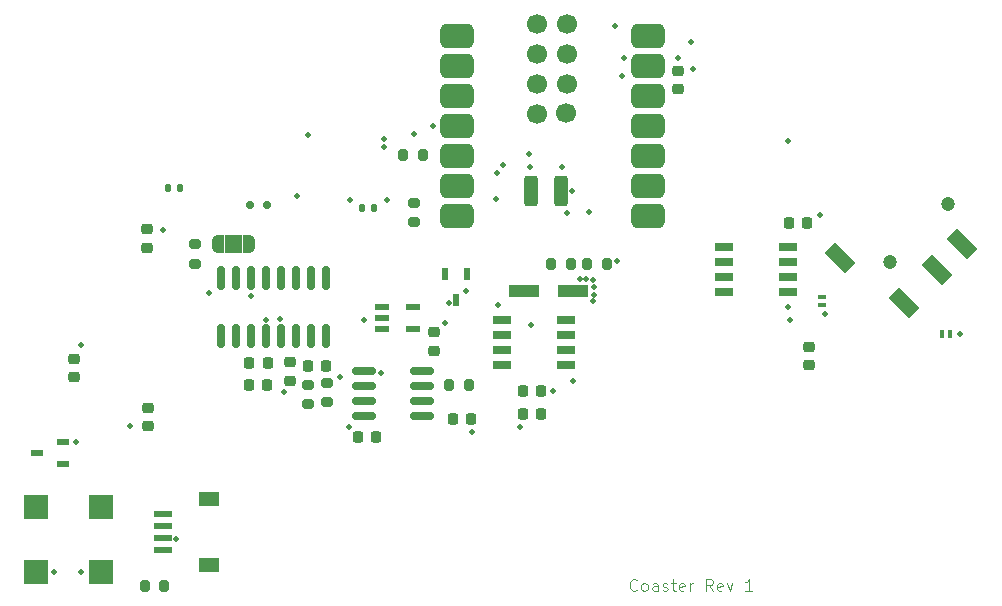
<source format=gbr>
%TF.GenerationSoftware,KiCad,Pcbnew,9.0.6-9.0.6~ubuntu24.04.1*%
%TF.CreationDate,2026-01-18T20:47:33+05:30*%
%TF.ProjectId,WeighingScalePCB,57656967-6869-46e6-9753-63616c655043,rev?*%
%TF.SameCoordinates,Original*%
%TF.FileFunction,Soldermask,Top*%
%TF.FilePolarity,Negative*%
%FSLAX46Y46*%
G04 Gerber Fmt 4.6, Leading zero omitted, Abs format (unit mm)*
G04 Created by KiCad (PCBNEW 9.0.6-9.0.6~ubuntu24.04.1) date 2026-01-18 20:47:33*
%MOMM*%
%LPD*%
G01*
G04 APERTURE LIST*
G04 Aperture macros list*
%AMRoundRect*
0 Rectangle with rounded corners*
0 $1 Rounding radius*
0 $2 $3 $4 $5 $6 $7 $8 $9 X,Y pos of 4 corners*
0 Add a 4 corners polygon primitive as box body*
4,1,4,$2,$3,$4,$5,$6,$7,$8,$9,$2,$3,0*
0 Add four circle primitives for the rounded corners*
1,1,$1+$1,$2,$3*
1,1,$1+$1,$4,$5*
1,1,$1+$1,$6,$7*
1,1,$1+$1,$8,$9*
0 Add four rect primitives between the rounded corners*
20,1,$1+$1,$2,$3,$4,$5,0*
20,1,$1+$1,$4,$5,$6,$7,0*
20,1,$1+$1,$6,$7,$8,$9,0*
20,1,$1+$1,$8,$9,$2,$3,0*%
%AMRotRect*
0 Rectangle, with rotation*
0 The origin of the aperture is its center*
0 $1 length*
0 $2 width*
0 $3 Rotation angle, in degrees counterclockwise*
0 Add horizontal line*
21,1,$1,$2,0,0,$3*%
%AMFreePoly0*
4,1,23,0.550000,-0.750000,0.000000,-0.750000,0.000000,-0.745722,-0.065263,-0.745722,-0.191342,-0.711940,-0.304381,-0.646677,-0.396677,-0.554381,-0.461940,-0.441342,-0.495722,-0.315263,-0.495722,-0.250000,-0.500000,-0.250000,-0.500000,0.250000,-0.495722,0.250000,-0.495722,0.315263,-0.461940,0.441342,-0.396677,0.554381,-0.304381,0.646677,-0.191342,0.711940,-0.065263,0.745722,0.000000,0.745722,
0.000000,0.750000,0.550000,0.750000,0.550000,-0.750000,0.550000,-0.750000,$1*%
%AMFreePoly1*
4,1,23,0.000000,0.745722,0.065263,0.745722,0.191342,0.711940,0.304381,0.646677,0.396677,0.554381,0.461940,0.441342,0.495722,0.315263,0.495722,0.250000,0.500000,0.250000,0.500000,-0.250000,0.495722,-0.250000,0.495722,-0.315263,0.461940,-0.441342,0.396677,-0.554381,0.304381,-0.646677,0.191342,-0.711940,0.065263,-0.745722,0.000000,-0.745722,0.000000,-0.750000,-0.550000,-0.750000,
-0.550000,0.750000,0.000000,0.750000,0.000000,0.745722,0.000000,0.745722,$1*%
G04 Aperture macros list end*
%ADD10C,0.100000*%
%ADD11RoundRect,0.225000X-0.250000X0.225000X-0.250000X-0.225000X0.250000X-0.225000X0.250000X0.225000X0*%
%ADD12RoundRect,0.225000X-0.225000X-0.250000X0.225000X-0.250000X0.225000X0.250000X-0.225000X0.250000X0*%
%ADD13RoundRect,0.225000X0.225000X0.250000X-0.225000X0.250000X-0.225000X-0.250000X0.225000X-0.250000X0*%
%ADD14RoundRect,0.050000X-0.300000X0.150000X-0.300000X-0.150000X0.300000X-0.150000X0.300000X0.150000X0*%
%ADD15R,0.600000X1.050000*%
%ADD16R,2.580000X1.000000*%
%ADD17RoundRect,0.525400X-0.900400X-0.525400X0.900400X-0.525400X0.900400X0.525400X-0.900400X0.525400X0*%
%ADD18RoundRect,0.300400X-0.300400X1.000400X-0.300400X-1.000400X0.300400X-1.000400X0.300400X1.000400X0*%
%ADD19C,1.700000*%
%ADD20C,1.200000*%
%ADD21RotRect,1.200000X2.500000X225.000000*%
%ADD22RoundRect,0.200000X-0.200000X-0.275000X0.200000X-0.275000X0.200000X0.275000X-0.200000X0.275000X0*%
%ADD23FreePoly0,0.000000*%
%ADD24R,1.000000X1.500000*%
%ADD25FreePoly1,0.000000*%
%ADD26RoundRect,0.225000X0.250000X-0.225000X0.250000X0.225000X-0.250000X0.225000X-0.250000X-0.225000X0*%
%ADD27R,1.150000X0.600000*%
%ADD28RoundRect,0.200000X0.275000X-0.200000X0.275000X0.200000X-0.275000X0.200000X-0.275000X-0.200000X0*%
%ADD29R,1.050000X0.600000*%
%ADD30RoundRect,0.135000X-0.135000X-0.185000X0.135000X-0.185000X0.135000X0.185000X-0.135000X0.185000X0*%
%ADD31RoundRect,0.050000X-0.150000X-0.300000X0.150000X-0.300000X0.150000X0.300000X-0.150000X0.300000X0*%
%ADD32RoundRect,0.135000X0.135000X0.185000X-0.135000X0.185000X-0.135000X-0.185000X0.135000X-0.185000X0*%
%ADD33RoundRect,0.150000X-0.825000X-0.150000X0.825000X-0.150000X0.825000X0.150000X-0.825000X0.150000X0*%
%ADD34RoundRect,0.200000X-0.275000X0.200000X-0.275000X-0.200000X0.275000X-0.200000X0.275000X0.200000X0*%
%ADD35R,1.550000X0.600000*%
%ADD36R,1.800000X1.200000*%
%ADD37R,1.500000X0.650000*%
%ADD38RoundRect,0.150000X-0.150000X-0.200000X0.150000X-0.200000X0.150000X0.200000X-0.150000X0.200000X0*%
%ADD39R,2.000000X2.000000*%
%ADD40RoundRect,0.150000X0.150000X-0.825000X0.150000X0.825000X-0.150000X0.825000X-0.150000X-0.825000X0*%
%ADD41R,1.525000X0.650000*%
%ADD42C,0.500000*%
G04 APERTURE END LIST*
D10*
X154375312Y-86527180D02*
X154327693Y-86574800D01*
X154327693Y-86574800D02*
X154184836Y-86622419D01*
X154184836Y-86622419D02*
X154089598Y-86622419D01*
X154089598Y-86622419D02*
X153946741Y-86574800D01*
X153946741Y-86574800D02*
X153851503Y-86479561D01*
X153851503Y-86479561D02*
X153803884Y-86384323D01*
X153803884Y-86384323D02*
X153756265Y-86193847D01*
X153756265Y-86193847D02*
X153756265Y-86050990D01*
X153756265Y-86050990D02*
X153803884Y-85860514D01*
X153803884Y-85860514D02*
X153851503Y-85765276D01*
X153851503Y-85765276D02*
X153946741Y-85670038D01*
X153946741Y-85670038D02*
X154089598Y-85622419D01*
X154089598Y-85622419D02*
X154184836Y-85622419D01*
X154184836Y-85622419D02*
X154327693Y-85670038D01*
X154327693Y-85670038D02*
X154375312Y-85717657D01*
X154946741Y-86622419D02*
X154851503Y-86574800D01*
X154851503Y-86574800D02*
X154803884Y-86527180D01*
X154803884Y-86527180D02*
X154756265Y-86431942D01*
X154756265Y-86431942D02*
X154756265Y-86146228D01*
X154756265Y-86146228D02*
X154803884Y-86050990D01*
X154803884Y-86050990D02*
X154851503Y-86003371D01*
X154851503Y-86003371D02*
X154946741Y-85955752D01*
X154946741Y-85955752D02*
X155089598Y-85955752D01*
X155089598Y-85955752D02*
X155184836Y-86003371D01*
X155184836Y-86003371D02*
X155232455Y-86050990D01*
X155232455Y-86050990D02*
X155280074Y-86146228D01*
X155280074Y-86146228D02*
X155280074Y-86431942D01*
X155280074Y-86431942D02*
X155232455Y-86527180D01*
X155232455Y-86527180D02*
X155184836Y-86574800D01*
X155184836Y-86574800D02*
X155089598Y-86622419D01*
X155089598Y-86622419D02*
X154946741Y-86622419D01*
X156137217Y-86622419D02*
X156137217Y-86098609D01*
X156137217Y-86098609D02*
X156089598Y-86003371D01*
X156089598Y-86003371D02*
X155994360Y-85955752D01*
X155994360Y-85955752D02*
X155803884Y-85955752D01*
X155803884Y-85955752D02*
X155708646Y-86003371D01*
X156137217Y-86574800D02*
X156041979Y-86622419D01*
X156041979Y-86622419D02*
X155803884Y-86622419D01*
X155803884Y-86622419D02*
X155708646Y-86574800D01*
X155708646Y-86574800D02*
X155661027Y-86479561D01*
X155661027Y-86479561D02*
X155661027Y-86384323D01*
X155661027Y-86384323D02*
X155708646Y-86289085D01*
X155708646Y-86289085D02*
X155803884Y-86241466D01*
X155803884Y-86241466D02*
X156041979Y-86241466D01*
X156041979Y-86241466D02*
X156137217Y-86193847D01*
X156565789Y-86574800D02*
X156661027Y-86622419D01*
X156661027Y-86622419D02*
X156851503Y-86622419D01*
X156851503Y-86622419D02*
X156946741Y-86574800D01*
X156946741Y-86574800D02*
X156994360Y-86479561D01*
X156994360Y-86479561D02*
X156994360Y-86431942D01*
X156994360Y-86431942D02*
X156946741Y-86336704D01*
X156946741Y-86336704D02*
X156851503Y-86289085D01*
X156851503Y-86289085D02*
X156708646Y-86289085D01*
X156708646Y-86289085D02*
X156613408Y-86241466D01*
X156613408Y-86241466D02*
X156565789Y-86146228D01*
X156565789Y-86146228D02*
X156565789Y-86098609D01*
X156565789Y-86098609D02*
X156613408Y-86003371D01*
X156613408Y-86003371D02*
X156708646Y-85955752D01*
X156708646Y-85955752D02*
X156851503Y-85955752D01*
X156851503Y-85955752D02*
X156946741Y-86003371D01*
X157280075Y-85955752D02*
X157661027Y-85955752D01*
X157422932Y-85622419D02*
X157422932Y-86479561D01*
X157422932Y-86479561D02*
X157470551Y-86574800D01*
X157470551Y-86574800D02*
X157565789Y-86622419D01*
X157565789Y-86622419D02*
X157661027Y-86622419D01*
X158375313Y-86574800D02*
X158280075Y-86622419D01*
X158280075Y-86622419D02*
X158089599Y-86622419D01*
X158089599Y-86622419D02*
X157994361Y-86574800D01*
X157994361Y-86574800D02*
X157946742Y-86479561D01*
X157946742Y-86479561D02*
X157946742Y-86098609D01*
X157946742Y-86098609D02*
X157994361Y-86003371D01*
X157994361Y-86003371D02*
X158089599Y-85955752D01*
X158089599Y-85955752D02*
X158280075Y-85955752D01*
X158280075Y-85955752D02*
X158375313Y-86003371D01*
X158375313Y-86003371D02*
X158422932Y-86098609D01*
X158422932Y-86098609D02*
X158422932Y-86193847D01*
X158422932Y-86193847D02*
X157946742Y-86289085D01*
X158851504Y-86622419D02*
X158851504Y-85955752D01*
X158851504Y-86146228D02*
X158899123Y-86050990D01*
X158899123Y-86050990D02*
X158946742Y-86003371D01*
X158946742Y-86003371D02*
X159041980Y-85955752D01*
X159041980Y-85955752D02*
X159137218Y-85955752D01*
X160803885Y-86622419D02*
X160470552Y-86146228D01*
X160232457Y-86622419D02*
X160232457Y-85622419D01*
X160232457Y-85622419D02*
X160613409Y-85622419D01*
X160613409Y-85622419D02*
X160708647Y-85670038D01*
X160708647Y-85670038D02*
X160756266Y-85717657D01*
X160756266Y-85717657D02*
X160803885Y-85812895D01*
X160803885Y-85812895D02*
X160803885Y-85955752D01*
X160803885Y-85955752D02*
X160756266Y-86050990D01*
X160756266Y-86050990D02*
X160708647Y-86098609D01*
X160708647Y-86098609D02*
X160613409Y-86146228D01*
X160613409Y-86146228D02*
X160232457Y-86146228D01*
X161613409Y-86574800D02*
X161518171Y-86622419D01*
X161518171Y-86622419D02*
X161327695Y-86622419D01*
X161327695Y-86622419D02*
X161232457Y-86574800D01*
X161232457Y-86574800D02*
X161184838Y-86479561D01*
X161184838Y-86479561D02*
X161184838Y-86098609D01*
X161184838Y-86098609D02*
X161232457Y-86003371D01*
X161232457Y-86003371D02*
X161327695Y-85955752D01*
X161327695Y-85955752D02*
X161518171Y-85955752D01*
X161518171Y-85955752D02*
X161613409Y-86003371D01*
X161613409Y-86003371D02*
X161661028Y-86098609D01*
X161661028Y-86098609D02*
X161661028Y-86193847D01*
X161661028Y-86193847D02*
X161184838Y-86289085D01*
X161994362Y-85955752D02*
X162232457Y-86622419D01*
X162232457Y-86622419D02*
X162470552Y-85955752D01*
X164137219Y-86622419D02*
X163565791Y-86622419D01*
X163851505Y-86622419D02*
X163851505Y-85622419D01*
X163851505Y-85622419D02*
X163756267Y-85765276D01*
X163756267Y-85765276D02*
X163661029Y-85860514D01*
X163661029Y-85860514D02*
X163565791Y-85908133D01*
%TO.C,JP3*%
G36*
X119477500Y-56510000D02*
G01*
X120977500Y-56510000D01*
X120977500Y-58010000D01*
X119477500Y-58010000D01*
X119477500Y-56510000D01*
G37*
%TD*%
D11*
%TO.C,C17*%
X168965000Y-65980000D03*
X168965000Y-67530000D03*
%TD*%
D12*
%TO.C,C10*%
X144735000Y-69680000D03*
X146285000Y-69680000D03*
%TD*%
D13*
%TO.C,C1*%
X128040000Y-67590000D03*
X126490000Y-67590000D03*
%TD*%
D14*
%TO.C,D6*%
X170035000Y-61710000D03*
X170035000Y-62410000D03*
%TD*%
D12*
%TO.C,C8*%
X138780000Y-72090000D03*
X140330000Y-72090000D03*
%TD*%
D15*
%TO.C,IC2*%
X140005000Y-59800000D03*
X138105000Y-59800000D03*
X139055000Y-62000000D03*
%TD*%
D16*
%TO.C,J4*%
X144840000Y-61240000D03*
X149010000Y-61240000D03*
%TD*%
D17*
%TO.C,U1*%
X139140000Y-39630000D03*
X139140000Y-42170000D03*
X139140000Y-44710000D03*
X139140000Y-47250000D03*
X139140000Y-49790000D03*
X139140000Y-52330000D03*
X139140000Y-54870000D03*
X155305000Y-54870000D03*
X155305000Y-52330000D03*
X155305000Y-49790000D03*
X155305000Y-47250000D03*
X155305000Y-44710000D03*
X155305000Y-42170000D03*
X155305000Y-39630000D03*
D18*
X145413600Y-52781700D03*
X147953600Y-52781700D03*
D19*
X145921600Y-38608500D03*
X148461600Y-38608500D03*
X145921600Y-41148500D03*
X148461600Y-41148500D03*
X145921600Y-43688500D03*
X148461600Y-43688500D03*
X145921600Y-46228500D03*
X148369000Y-46171700D03*
%TD*%
D20*
%TO.C,J2*%
X180744518Y-53860482D03*
X175794771Y-58810229D03*
D21*
X171587486Y-58421320D03*
X176961497Y-62239697D03*
X179789924Y-59411270D03*
X181911245Y-57289949D03*
%TD*%
D22*
%TO.C,R12*%
X138475000Y-69150000D03*
X140125000Y-69150000D03*
%TD*%
%TO.C,R8*%
X134595000Y-49700000D03*
X136245000Y-49700000D03*
%TD*%
%TO.C,R6*%
X147120000Y-58920000D03*
X148770000Y-58920000D03*
%TD*%
D23*
%TO.C,JP3*%
X118927500Y-57260000D03*
D24*
X120227500Y-57260000D03*
D25*
X121527500Y-57260000D03*
%TD*%
D26*
%TO.C,C2*%
X125015000Y-68815000D03*
X125015000Y-67265000D03*
%TD*%
D22*
%TO.C,R13*%
X112690000Y-86200000D03*
X114340000Y-86200000D03*
%TD*%
D27*
%TO.C,U4*%
X132815000Y-62560000D03*
X132815000Y-63510000D03*
X132815000Y-64460000D03*
X135415000Y-64460000D03*
X135415000Y-62560000D03*
%TD*%
D13*
%TO.C,C4*%
X123072500Y-69180000D03*
X121522500Y-69180000D03*
%TD*%
D22*
%TO.C,R9*%
X150160000Y-58920000D03*
X151810000Y-58920000D03*
%TD*%
D28*
%TO.C,R2*%
X128105000Y-70645000D03*
X128105000Y-68995000D03*
%TD*%
%TO.C,R1*%
X126535000Y-70815000D03*
X126535000Y-69165000D03*
%TD*%
D26*
%TO.C,C15*%
X137225000Y-66290000D03*
X137225000Y-64740000D03*
%TD*%
D29*
%TO.C,Q5*%
X105825000Y-75900000D03*
X105825000Y-74000000D03*
X103625000Y-74950000D03*
%TD*%
D30*
%TO.C,R4*%
X114675000Y-52500000D03*
X115695000Y-52500000D03*
%TD*%
D12*
%TO.C,C11*%
X130770000Y-73590000D03*
X132320000Y-73590000D03*
%TD*%
D26*
%TO.C,C6*%
X106695000Y-68515000D03*
X106695000Y-66965000D03*
%TD*%
D31*
%TO.C,D7*%
X180215000Y-64900000D03*
X180915000Y-64900000D03*
%TD*%
D32*
%TO.C,R5*%
X132125000Y-54180000D03*
X131105000Y-54180000D03*
%TD*%
D33*
%TO.C,U3*%
X131250000Y-68002500D03*
X131250000Y-69272500D03*
X131250000Y-70542500D03*
X131250000Y-71812500D03*
X136200000Y-71812500D03*
X136200000Y-70542500D03*
X136200000Y-69272500D03*
X136200000Y-68002500D03*
%TD*%
D26*
%TO.C,C14*%
X112965000Y-72645000D03*
X112965000Y-71095000D03*
%TD*%
D34*
%TO.C,R3*%
X116947500Y-57285000D03*
X116947500Y-58935000D03*
%TD*%
D35*
%TO.C,J6*%
X114263685Y-83130000D03*
X114263685Y-82130000D03*
X114263685Y-81130000D03*
X114263685Y-80130000D03*
D36*
X118138685Y-84430000D03*
X118138685Y-78830000D03*
%TD*%
D26*
%TO.C,C5*%
X157875000Y-44150000D03*
X157875000Y-42600000D03*
%TD*%
D37*
%TO.C,IC3*%
X142945000Y-63715000D03*
X142945000Y-64985000D03*
X142945000Y-66255000D03*
X142945000Y-67525000D03*
X148345000Y-67525000D03*
X148345000Y-66255000D03*
X148345000Y-64985000D03*
X148345000Y-63715000D03*
%TD*%
D38*
%TO.C,D15*%
X123062500Y-53960000D03*
X121662500Y-53960000D03*
%TD*%
D39*
%TO.C,BZ1*%
X108975000Y-79540000D03*
X103475000Y-79540000D03*
X103475000Y-85040000D03*
X108975000Y-85040000D03*
%TD*%
D40*
%TO.C,U2*%
X119170000Y-65045000D03*
X120440000Y-65045000D03*
X121710000Y-65045000D03*
X122980000Y-65045000D03*
X124250000Y-65045000D03*
X125520000Y-65045000D03*
X126790000Y-65045000D03*
X128060000Y-65045000D03*
X128060000Y-60095000D03*
X126790000Y-60095000D03*
X125520000Y-60095000D03*
X124250000Y-60095000D03*
X122980000Y-60095000D03*
X121710000Y-60095000D03*
X120440000Y-60095000D03*
X119170000Y-60095000D03*
%TD*%
D26*
%TO.C,C7*%
X112895000Y-57570000D03*
X112895000Y-56020000D03*
%TD*%
D13*
%TO.C,C9*%
X146270000Y-71670000D03*
X144720000Y-71670000D03*
%TD*%
%TO.C,C18*%
X168810000Y-55500000D03*
X167260000Y-55500000D03*
%TD*%
D41*
%TO.C,IC1*%
X167137000Y-61345000D03*
X167137000Y-60075000D03*
X167137000Y-58805000D03*
X167137000Y-57535000D03*
X161713000Y-57535000D03*
X161713000Y-58805000D03*
X161713000Y-60075000D03*
X161713000Y-61345000D03*
%TD*%
D28*
%TO.C,R7*%
X135465000Y-55395000D03*
X135465000Y-53745000D03*
%TD*%
D13*
%TO.C,C3*%
X123112500Y-67310000D03*
X121562500Y-67310000D03*
%TD*%
D42*
X145370000Y-64080000D03*
X125630000Y-53180000D03*
X126560000Y-48050000D03*
X167170000Y-48490000D03*
X129250000Y-68500000D03*
X130000000Y-72750000D03*
X150110000Y-60220000D03*
X150770000Y-60860000D03*
X159170000Y-42440000D03*
X158920000Y-40130000D03*
X150690000Y-62070000D03*
X118140000Y-61370000D03*
X144440000Y-72750000D03*
X152500000Y-38820000D03*
X115390000Y-82250000D03*
X153310000Y-41480000D03*
X157880000Y-41490000D03*
X132750000Y-68130000D03*
X105010000Y-85040000D03*
X124190000Y-63610000D03*
X114220000Y-56050000D03*
X150690000Y-60260000D03*
X149530000Y-60250000D03*
X111475000Y-72645000D03*
X140410000Y-73130000D03*
X132320000Y-73590000D03*
X150770000Y-61540000D03*
X131240000Y-63660000D03*
X148950000Y-68810000D03*
X181730000Y-64890000D03*
X167330000Y-63680000D03*
X148920000Y-52780000D03*
X148070000Y-50720000D03*
X167150000Y-62600000D03*
X148490000Y-54640000D03*
X124500000Y-69750000D03*
X145280000Y-49600000D03*
X132185000Y-73460000D03*
X170300000Y-63150000D03*
X152700000Y-58650000D03*
X107310000Y-65800000D03*
X145290000Y-50710000D03*
X107350000Y-85050000D03*
X106920000Y-73980000D03*
X147310000Y-69690000D03*
X169890000Y-54790000D03*
X153140000Y-43030000D03*
X138427527Y-62226000D03*
X133230000Y-53560000D03*
X123010000Y-63710000D03*
X150290000Y-54520000D03*
X121710000Y-61620000D03*
X138160000Y-63930000D03*
X142650000Y-62430000D03*
X139870000Y-61190000D03*
X132985000Y-48370000D03*
X142505000Y-51260000D03*
X139140000Y-52330000D03*
X139140000Y-49790000D03*
X132995000Y-49060000D03*
X143025000Y-50540000D03*
X135500000Y-47920000D03*
X137100000Y-47250000D03*
X142420000Y-53440000D03*
X130085000Y-53500000D03*
X130085000Y-53500000D03*
M02*

</source>
